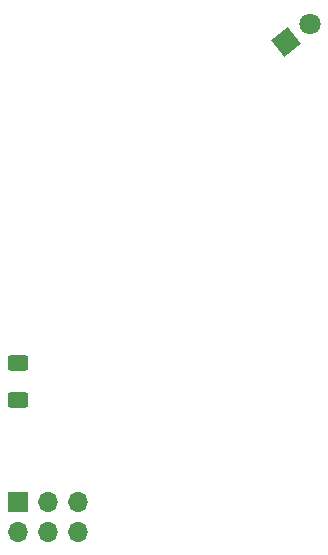
<source format=gbr>
G04 #@! TF.GenerationSoftware,KiCad,Pcbnew,(6.99.0-2452-gdb4f2d9dd8)*
G04 #@! TF.CreationDate,2022-08-01T20:43:05-05:00*
G04 #@! TF.ProjectId,HAS,4841532e-6b69-4636-9164-5f7063625858,rev?*
G04 #@! TF.SameCoordinates,Original*
G04 #@! TF.FileFunction,Soldermask,Bot*
G04 #@! TF.FilePolarity,Negative*
%FSLAX46Y46*%
G04 Gerber Fmt 4.6, Leading zero omitted, Abs format (unit mm)*
G04 Created by KiCad (PCBNEW (6.99.0-2452-gdb4f2d9dd8)) date 2022-08-01 20:43:05*
%MOMM*%
%LPD*%
G01*
G04 APERTURE LIST*
G04 Aperture macros list*
%AMRoundRect*
0 Rectangle with rounded corners*
0 $1 Rounding radius*
0 $2 $3 $4 $5 $6 $7 $8 $9 X,Y pos of 4 corners*
0 Add a 4 corners polygon primitive as box body*
4,1,4,$2,$3,$4,$5,$6,$7,$8,$9,$2,$3,0*
0 Add four circle primitives for the rounded corners*
1,1,$1+$1,$2,$3*
1,1,$1+$1,$4,$5*
1,1,$1+$1,$6,$7*
1,1,$1+$1,$8,$9*
0 Add four rect primitives between the rounded corners*
20,1,$1+$1,$2,$3,$4,$5,0*
20,1,$1+$1,$4,$5,$6,$7,0*
20,1,$1+$1,$6,$7,$8,$9,0*
20,1,$1+$1,$8,$9,$2,$3,0*%
%AMRotRect*
0 Rectangle, with rotation*
0 The origin of the aperture is its center*
0 $1 length*
0 $2 width*
0 $3 Rotation angle, in degrees counterclockwise*
0 Add horizontal line*
21,1,$1,$2,0,0,$3*%
G04 Aperture macros list end*
%ADD10RotRect,1.800000X1.800000X39.000000*%
%ADD11C,1.800000*%
%ADD12O,1.700000X1.700000*%
%ADD13R,1.700000X1.700000*%
%ADD14RoundRect,0.250000X0.625000X-0.400000X0.625000X0.400000X-0.625000X0.400000X-0.625000X-0.400000X0*%
G04 APERTURE END LIST*
D10*
X180195934Y-85116326D03*
D11*
X182169886Y-83517853D03*
D12*
X162579999Y-126539999D03*
X162579999Y-123999999D03*
X160039999Y-126539999D03*
X160039999Y-123999999D03*
X157499999Y-126539999D03*
D13*
X157499999Y-123999999D03*
D14*
X157500000Y-115350000D03*
X157500000Y-112250000D03*
M02*

</source>
